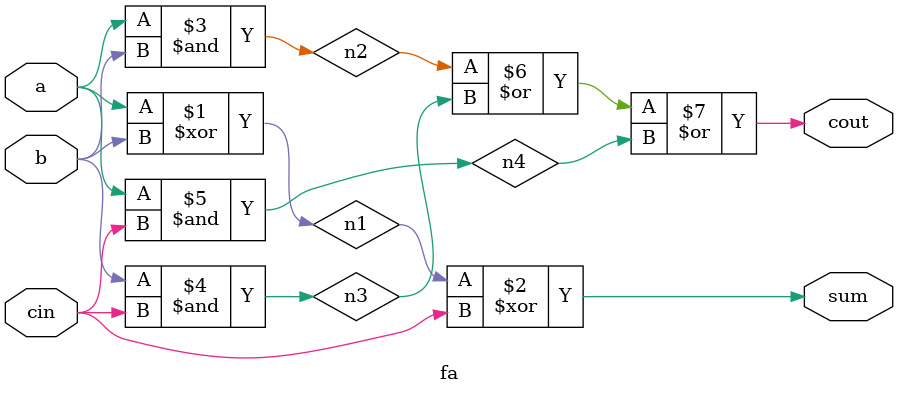
<source format=v>
module fa(a,b,cin,sum,cout);
	input a,b,cin;
	output sum,cout;
	wire n1,n2,n3;
	xor g1(n1,a,b);
	xor g2(sum,n1,cin);
	and g3(n2,a,b);
	and g4(n3,b,cin);
	and g5(n4,a,cin);
	or g6(cout,n2,n3,n4);
endmodule


</source>
